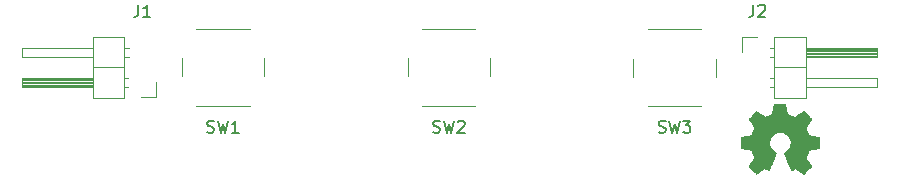
<source format=gbr>
%TF.GenerationSoftware,KiCad,Pcbnew,6.0.2-378541a8eb~116~ubuntu20.04.1*%
%TF.CreationDate,2022-03-07T20:24:28+01:00*%
%TF.ProjectId,contact-sensor,636f6e74-6163-4742-9d73-656e736f722e,0.1.0*%
%TF.SameCoordinates,Original*%
%TF.FileFunction,Legend,Top*%
%TF.FilePolarity,Positive*%
%FSLAX46Y46*%
G04 Gerber Fmt 4.6, Leading zero omitted, Abs format (unit mm)*
G04 Created by KiCad (PCBNEW 6.0.2-378541a8eb~116~ubuntu20.04.1) date 2022-03-07 20:24:28*
%MOMM*%
%LPD*%
G01*
G04 APERTURE LIST*
%ADD10C,0.150000*%
%ADD11C,0.010000*%
%ADD12C,0.120000*%
G04 APERTURE END LIST*
D10*
%TO.C,SW3*%
X90718666Y-99754761D02*
X90861523Y-99802380D01*
X91099619Y-99802380D01*
X91194857Y-99754761D01*
X91242476Y-99707142D01*
X91290095Y-99611904D01*
X91290095Y-99516666D01*
X91242476Y-99421428D01*
X91194857Y-99373809D01*
X91099619Y-99326190D01*
X90909142Y-99278571D01*
X90813904Y-99230952D01*
X90766285Y-99183333D01*
X90718666Y-99088095D01*
X90718666Y-98992857D01*
X90766285Y-98897619D01*
X90813904Y-98850000D01*
X90909142Y-98802380D01*
X91147238Y-98802380D01*
X91290095Y-98850000D01*
X91623428Y-98802380D02*
X91861523Y-99802380D01*
X92052000Y-99088095D01*
X92242476Y-99802380D01*
X92480571Y-98802380D01*
X92766285Y-98802380D02*
X93385333Y-98802380D01*
X93052000Y-99183333D01*
X93194857Y-99183333D01*
X93290095Y-99230952D01*
X93337714Y-99278571D01*
X93385333Y-99373809D01*
X93385333Y-99611904D01*
X93337714Y-99707142D01*
X93290095Y-99754761D01*
X93194857Y-99802380D01*
X92909142Y-99802380D01*
X92813904Y-99754761D01*
X92766285Y-99707142D01*
%TO.C,SW2*%
X71616666Y-99754761D02*
X71759523Y-99802380D01*
X71997619Y-99802380D01*
X72092857Y-99754761D01*
X72140476Y-99707142D01*
X72188095Y-99611904D01*
X72188095Y-99516666D01*
X72140476Y-99421428D01*
X72092857Y-99373809D01*
X71997619Y-99326190D01*
X71807142Y-99278571D01*
X71711904Y-99230952D01*
X71664285Y-99183333D01*
X71616666Y-99088095D01*
X71616666Y-98992857D01*
X71664285Y-98897619D01*
X71711904Y-98850000D01*
X71807142Y-98802380D01*
X72045238Y-98802380D01*
X72188095Y-98850000D01*
X72521428Y-98802380D02*
X72759523Y-99802380D01*
X72950000Y-99088095D01*
X73140476Y-99802380D01*
X73378571Y-98802380D01*
X73711904Y-98897619D02*
X73759523Y-98850000D01*
X73854761Y-98802380D01*
X74092857Y-98802380D01*
X74188095Y-98850000D01*
X74235714Y-98897619D01*
X74283333Y-98992857D01*
X74283333Y-99088095D01*
X74235714Y-99230952D01*
X73664285Y-99802380D01*
X74283333Y-99802380D01*
%TO.C,SW1*%
X52491666Y-99754761D02*
X52634523Y-99802380D01*
X52872619Y-99802380D01*
X52967857Y-99754761D01*
X53015476Y-99707142D01*
X53063095Y-99611904D01*
X53063095Y-99516666D01*
X53015476Y-99421428D01*
X52967857Y-99373809D01*
X52872619Y-99326190D01*
X52682142Y-99278571D01*
X52586904Y-99230952D01*
X52539285Y-99183333D01*
X52491666Y-99088095D01*
X52491666Y-98992857D01*
X52539285Y-98897619D01*
X52586904Y-98850000D01*
X52682142Y-98802380D01*
X52920238Y-98802380D01*
X53063095Y-98850000D01*
X53396428Y-98802380D02*
X53634523Y-99802380D01*
X53825000Y-99088095D01*
X54015476Y-99802380D01*
X54253571Y-98802380D01*
X55158333Y-99802380D02*
X54586904Y-99802380D01*
X54872619Y-99802380D02*
X54872619Y-98802380D01*
X54777380Y-98945238D01*
X54682142Y-99040476D01*
X54586904Y-99088095D01*
%TO.C,J2*%
X98726666Y-88987380D02*
X98726666Y-89701666D01*
X98679047Y-89844523D01*
X98583809Y-89939761D01*
X98440952Y-89987380D01*
X98345714Y-89987380D01*
X99155238Y-89082619D02*
X99202857Y-89035000D01*
X99298095Y-88987380D01*
X99536190Y-88987380D01*
X99631428Y-89035000D01*
X99679047Y-89082619D01*
X99726666Y-89177857D01*
X99726666Y-89273095D01*
X99679047Y-89415952D01*
X99107619Y-89987380D01*
X99726666Y-89987380D01*
%TO.C,J1*%
X46656666Y-88987380D02*
X46656666Y-89701666D01*
X46609047Y-89844523D01*
X46513809Y-89939761D01*
X46370952Y-89987380D01*
X46275714Y-89987380D01*
X47656666Y-89987380D02*
X47085238Y-89987380D01*
X47370952Y-89987380D02*
X47370952Y-88987380D01*
X47275714Y-89130238D01*
X47180476Y-89225476D01*
X47085238Y-89273095D01*
D11*
%TO.C,REF\u002A\u002A*%
X101520814Y-97798931D02*
X101604635Y-98243555D01*
X101604635Y-98243555D02*
X101913920Y-98371053D01*
X101913920Y-98371053D02*
X102223206Y-98498551D01*
X102223206Y-98498551D02*
X102594246Y-98246246D01*
X102594246Y-98246246D02*
X102698157Y-98175996D01*
X102698157Y-98175996D02*
X102792087Y-98113272D01*
X102792087Y-98113272D02*
X102871652Y-98060938D01*
X102871652Y-98060938D02*
X102932470Y-98021857D01*
X102932470Y-98021857D02*
X102970157Y-97998893D01*
X102970157Y-97998893D02*
X102980421Y-97993942D01*
X102980421Y-97993942D02*
X102998910Y-98006676D01*
X102998910Y-98006676D02*
X103038420Y-98041882D01*
X103038420Y-98041882D02*
X103094522Y-98095062D01*
X103094522Y-98095062D02*
X103162787Y-98161718D01*
X103162787Y-98161718D02*
X103238786Y-98237354D01*
X103238786Y-98237354D02*
X103318092Y-98317472D01*
X103318092Y-98317472D02*
X103396275Y-98397574D01*
X103396275Y-98397574D02*
X103468907Y-98473164D01*
X103468907Y-98473164D02*
X103531559Y-98539745D01*
X103531559Y-98539745D02*
X103579803Y-98592818D01*
X103579803Y-98592818D02*
X103609210Y-98627887D01*
X103609210Y-98627887D02*
X103616241Y-98639623D01*
X103616241Y-98639623D02*
X103606123Y-98661260D01*
X103606123Y-98661260D02*
X103577759Y-98708662D01*
X103577759Y-98708662D02*
X103534129Y-98777193D01*
X103534129Y-98777193D02*
X103478218Y-98862215D01*
X103478218Y-98862215D02*
X103413006Y-98959093D01*
X103413006Y-98959093D02*
X103375219Y-99014350D01*
X103375219Y-99014350D02*
X103306343Y-99115248D01*
X103306343Y-99115248D02*
X103245140Y-99206299D01*
X103245140Y-99206299D02*
X103194578Y-99282970D01*
X103194578Y-99282970D02*
X103157628Y-99340728D01*
X103157628Y-99340728D02*
X103137258Y-99375043D01*
X103137258Y-99375043D02*
X103134197Y-99382254D01*
X103134197Y-99382254D02*
X103141136Y-99402748D01*
X103141136Y-99402748D02*
X103160051Y-99450513D01*
X103160051Y-99450513D02*
X103188087Y-99518832D01*
X103188087Y-99518832D02*
X103222391Y-99600989D01*
X103222391Y-99600989D02*
X103260109Y-99690270D01*
X103260109Y-99690270D02*
X103298387Y-99779958D01*
X103298387Y-99779958D02*
X103334370Y-99863338D01*
X103334370Y-99863338D02*
X103365206Y-99933694D01*
X103365206Y-99933694D02*
X103388039Y-99984310D01*
X103388039Y-99984310D02*
X103400017Y-100008471D01*
X103400017Y-100008471D02*
X103400724Y-100009422D01*
X103400724Y-100009422D02*
X103419531Y-100014036D01*
X103419531Y-100014036D02*
X103469618Y-100024328D01*
X103469618Y-100024328D02*
X103545793Y-100039287D01*
X103545793Y-100039287D02*
X103642865Y-100057901D01*
X103642865Y-100057901D02*
X103755643Y-100079159D01*
X103755643Y-100079159D02*
X103821442Y-100091418D01*
X103821442Y-100091418D02*
X103941950Y-100114362D01*
X103941950Y-100114362D02*
X104050797Y-100136195D01*
X104050797Y-100136195D02*
X104142476Y-100155722D01*
X104142476Y-100155722D02*
X104211481Y-100171748D01*
X104211481Y-100171748D02*
X104252304Y-100183079D01*
X104252304Y-100183079D02*
X104260511Y-100186674D01*
X104260511Y-100186674D02*
X104268548Y-100211006D01*
X104268548Y-100211006D02*
X104275033Y-100265959D01*
X104275033Y-100265959D02*
X104279970Y-100345108D01*
X104279970Y-100345108D02*
X104283364Y-100442026D01*
X104283364Y-100442026D02*
X104285218Y-100550287D01*
X104285218Y-100550287D02*
X104285538Y-100663465D01*
X104285538Y-100663465D02*
X104284327Y-100775135D01*
X104284327Y-100775135D02*
X104281590Y-100878868D01*
X104281590Y-100878868D02*
X104277331Y-100968241D01*
X104277331Y-100968241D02*
X104271555Y-101036826D01*
X104271555Y-101036826D02*
X104264267Y-101078197D01*
X104264267Y-101078197D02*
X104259895Y-101086810D01*
X104259895Y-101086810D02*
X104233764Y-101097133D01*
X104233764Y-101097133D02*
X104178393Y-101111892D01*
X104178393Y-101111892D02*
X104101107Y-101129352D01*
X104101107Y-101129352D02*
X104009230Y-101147780D01*
X104009230Y-101147780D02*
X103977158Y-101153741D01*
X103977158Y-101153741D02*
X103822524Y-101182066D01*
X103822524Y-101182066D02*
X103700375Y-101204876D01*
X103700375Y-101204876D02*
X103606673Y-101223080D01*
X103606673Y-101223080D02*
X103537384Y-101237583D01*
X103537384Y-101237583D02*
X103488471Y-101249292D01*
X103488471Y-101249292D02*
X103455897Y-101259115D01*
X103455897Y-101259115D02*
X103435628Y-101267956D01*
X103435628Y-101267956D02*
X103423626Y-101276724D01*
X103423626Y-101276724D02*
X103421947Y-101278457D01*
X103421947Y-101278457D02*
X103405184Y-101306371D01*
X103405184Y-101306371D02*
X103379614Y-101360695D01*
X103379614Y-101360695D02*
X103347788Y-101434777D01*
X103347788Y-101434777D02*
X103312260Y-101521965D01*
X103312260Y-101521965D02*
X103275583Y-101615608D01*
X103275583Y-101615608D02*
X103240311Y-101709052D01*
X103240311Y-101709052D02*
X103208996Y-101795647D01*
X103208996Y-101795647D02*
X103184193Y-101868740D01*
X103184193Y-101868740D02*
X103168454Y-101921678D01*
X103168454Y-101921678D02*
X103164332Y-101947811D01*
X103164332Y-101947811D02*
X103164676Y-101948726D01*
X103164676Y-101948726D02*
X103178641Y-101970086D01*
X103178641Y-101970086D02*
X103210322Y-102017084D01*
X103210322Y-102017084D02*
X103256391Y-102084827D01*
X103256391Y-102084827D02*
X103313518Y-102168423D01*
X103313518Y-102168423D02*
X103378373Y-102262982D01*
X103378373Y-102262982D02*
X103396843Y-102289854D01*
X103396843Y-102289854D02*
X103462699Y-102387275D01*
X103462699Y-102387275D02*
X103520650Y-102476163D01*
X103520650Y-102476163D02*
X103567538Y-102551412D01*
X103567538Y-102551412D02*
X103600207Y-102607920D01*
X103600207Y-102607920D02*
X103615500Y-102640581D01*
X103615500Y-102640581D02*
X103616241Y-102644593D01*
X103616241Y-102644593D02*
X103603392Y-102665684D01*
X103603392Y-102665684D02*
X103567888Y-102707464D01*
X103567888Y-102707464D02*
X103514293Y-102765445D01*
X103514293Y-102765445D02*
X103447171Y-102835135D01*
X103447171Y-102835135D02*
X103371087Y-102912045D01*
X103371087Y-102912045D02*
X103290604Y-102991683D01*
X103290604Y-102991683D02*
X103210287Y-103069561D01*
X103210287Y-103069561D02*
X103134699Y-103141186D01*
X103134699Y-103141186D02*
X103068405Y-103202070D01*
X103068405Y-103202070D02*
X103015969Y-103247721D01*
X103015969Y-103247721D02*
X102981955Y-103273650D01*
X102981955Y-103273650D02*
X102972545Y-103277883D01*
X102972545Y-103277883D02*
X102950643Y-103267912D01*
X102950643Y-103267912D02*
X102905800Y-103241020D01*
X102905800Y-103241020D02*
X102845321Y-103201736D01*
X102845321Y-103201736D02*
X102798789Y-103170117D01*
X102798789Y-103170117D02*
X102714475Y-103112098D01*
X102714475Y-103112098D02*
X102614626Y-103043784D01*
X102614626Y-103043784D02*
X102514473Y-102975579D01*
X102514473Y-102975579D02*
X102460627Y-102939075D01*
X102460627Y-102939075D02*
X102278371Y-102815800D01*
X102278371Y-102815800D02*
X102125381Y-102898520D01*
X102125381Y-102898520D02*
X102055682Y-102934759D01*
X102055682Y-102934759D02*
X101996414Y-102962926D01*
X101996414Y-102962926D02*
X101956311Y-102978991D01*
X101956311Y-102978991D02*
X101946103Y-102981226D01*
X101946103Y-102981226D02*
X101933829Y-102964722D01*
X101933829Y-102964722D02*
X101909613Y-102918082D01*
X101909613Y-102918082D02*
X101875263Y-102845609D01*
X101875263Y-102845609D02*
X101832588Y-102751606D01*
X101832588Y-102751606D02*
X101783394Y-102640374D01*
X101783394Y-102640374D02*
X101729490Y-102516215D01*
X101729490Y-102516215D02*
X101672684Y-102383432D01*
X101672684Y-102383432D02*
X101614782Y-102246327D01*
X101614782Y-102246327D02*
X101557593Y-102109202D01*
X101557593Y-102109202D02*
X101502924Y-101976358D01*
X101502924Y-101976358D02*
X101452584Y-101852098D01*
X101452584Y-101852098D02*
X101408380Y-101740725D01*
X101408380Y-101740725D02*
X101372119Y-101646539D01*
X101372119Y-101646539D02*
X101345609Y-101573844D01*
X101345609Y-101573844D02*
X101330658Y-101526941D01*
X101330658Y-101526941D02*
X101328254Y-101510833D01*
X101328254Y-101510833D02*
X101347311Y-101490286D01*
X101347311Y-101490286D02*
X101389036Y-101456933D01*
X101389036Y-101456933D02*
X101444706Y-101417702D01*
X101444706Y-101417702D02*
X101449378Y-101414599D01*
X101449378Y-101414599D02*
X101593264Y-101299423D01*
X101593264Y-101299423D02*
X101709283Y-101165053D01*
X101709283Y-101165053D02*
X101796430Y-101015784D01*
X101796430Y-101015784D02*
X101853699Y-100855913D01*
X101853699Y-100855913D02*
X101880086Y-100689737D01*
X101880086Y-100689737D02*
X101874585Y-100521552D01*
X101874585Y-100521552D02*
X101836190Y-100355655D01*
X101836190Y-100355655D02*
X101763895Y-100196342D01*
X101763895Y-100196342D02*
X101742626Y-100161487D01*
X101742626Y-100161487D02*
X101631996Y-100020737D01*
X101631996Y-100020737D02*
X101501302Y-99907714D01*
X101501302Y-99907714D02*
X101355064Y-99823003D01*
X101355064Y-99823003D02*
X101197808Y-99767194D01*
X101197808Y-99767194D02*
X101034057Y-99740874D01*
X101034057Y-99740874D02*
X100868333Y-99744630D01*
X100868333Y-99744630D02*
X100705162Y-99779050D01*
X100705162Y-99779050D02*
X100549065Y-99844723D01*
X100549065Y-99844723D02*
X100404567Y-99942235D01*
X100404567Y-99942235D02*
X100359869Y-99981813D01*
X100359869Y-99981813D02*
X100246112Y-100105703D01*
X100246112Y-100105703D02*
X100163218Y-100236124D01*
X100163218Y-100236124D02*
X100106356Y-100382315D01*
X100106356Y-100382315D02*
X100074687Y-100527088D01*
X100074687Y-100527088D02*
X100066869Y-100689860D01*
X100066869Y-100689860D02*
X100092938Y-100853440D01*
X100092938Y-100853440D02*
X100150245Y-101012298D01*
X100150245Y-101012298D02*
X100236144Y-101160906D01*
X100236144Y-101160906D02*
X100347986Y-101293735D01*
X100347986Y-101293735D02*
X100483123Y-101405256D01*
X100483123Y-101405256D02*
X100500883Y-101417011D01*
X100500883Y-101417011D02*
X100557150Y-101455508D01*
X100557150Y-101455508D02*
X100599923Y-101488863D01*
X100599923Y-101488863D02*
X100620372Y-101510160D01*
X100620372Y-101510160D02*
X100620669Y-101510833D01*
X100620669Y-101510833D02*
X100616279Y-101533871D01*
X100616279Y-101533871D02*
X100598876Y-101586157D01*
X100598876Y-101586157D02*
X100570268Y-101663390D01*
X100570268Y-101663390D02*
X100532265Y-101761268D01*
X100532265Y-101761268D02*
X100486674Y-101875491D01*
X100486674Y-101875491D02*
X100435303Y-102001758D01*
X100435303Y-102001758D02*
X100379962Y-102135767D01*
X100379962Y-102135767D02*
X100322458Y-102273218D01*
X100322458Y-102273218D02*
X100264601Y-102409808D01*
X100264601Y-102409808D02*
X100208198Y-102541237D01*
X100208198Y-102541237D02*
X100155058Y-102663205D01*
X100155058Y-102663205D02*
X100106990Y-102771409D01*
X100106990Y-102771409D02*
X100065801Y-102861549D01*
X100065801Y-102861549D02*
X100033301Y-102929323D01*
X100033301Y-102929323D02*
X100011297Y-102970430D01*
X100011297Y-102970430D02*
X100002436Y-102981226D01*
X100002436Y-102981226D02*
X99975360Y-102972819D01*
X99975360Y-102972819D02*
X99924697Y-102950272D01*
X99924697Y-102950272D02*
X99859183Y-102917613D01*
X99859183Y-102917613D02*
X99823159Y-102898520D01*
X99823159Y-102898520D02*
X99670168Y-102815800D01*
X99670168Y-102815800D02*
X99487912Y-102939075D01*
X99487912Y-102939075D02*
X99394875Y-103002228D01*
X99394875Y-103002228D02*
X99293015Y-103071727D01*
X99293015Y-103071727D02*
X99197562Y-103137165D01*
X99197562Y-103137165D02*
X99149750Y-103170117D01*
X99149750Y-103170117D02*
X99082505Y-103215273D01*
X99082505Y-103215273D02*
X99025564Y-103251057D01*
X99025564Y-103251057D02*
X98986354Y-103272938D01*
X98986354Y-103272938D02*
X98973619Y-103277563D01*
X98973619Y-103277563D02*
X98955083Y-103265085D01*
X98955083Y-103265085D02*
X98914059Y-103230252D01*
X98914059Y-103230252D02*
X98854525Y-103176678D01*
X98854525Y-103176678D02*
X98780458Y-103107983D01*
X98780458Y-103107983D02*
X98695835Y-103027781D01*
X98695835Y-103027781D02*
X98642315Y-102976286D01*
X98642315Y-102976286D02*
X98548681Y-102884286D01*
X98548681Y-102884286D02*
X98467759Y-102801999D01*
X98467759Y-102801999D02*
X98402823Y-102732945D01*
X98402823Y-102732945D02*
X98357142Y-102680644D01*
X98357142Y-102680644D02*
X98333989Y-102648616D01*
X98333989Y-102648616D02*
X98331768Y-102642116D01*
X98331768Y-102642116D02*
X98342076Y-102617394D01*
X98342076Y-102617394D02*
X98370561Y-102567405D01*
X98370561Y-102567405D02*
X98414063Y-102497212D01*
X98414063Y-102497212D02*
X98469423Y-102411875D01*
X98469423Y-102411875D02*
X98533480Y-102316456D01*
X98533480Y-102316456D02*
X98551697Y-102289854D01*
X98551697Y-102289854D02*
X98618073Y-102193167D01*
X98618073Y-102193167D02*
X98677622Y-102106117D01*
X98677622Y-102106117D02*
X98727016Y-102033595D01*
X98727016Y-102033595D02*
X98762925Y-101980493D01*
X98762925Y-101980493D02*
X98782019Y-101951703D01*
X98782019Y-101951703D02*
X98783864Y-101948726D01*
X98783864Y-101948726D02*
X98781105Y-101925782D01*
X98781105Y-101925782D02*
X98766462Y-101875336D01*
X98766462Y-101875336D02*
X98742487Y-101804041D01*
X98742487Y-101804041D02*
X98711734Y-101718547D01*
X98711734Y-101718547D02*
X98676756Y-101625507D01*
X98676756Y-101625507D02*
X98640107Y-101531574D01*
X98640107Y-101531574D02*
X98604339Y-101443399D01*
X98604339Y-101443399D02*
X98572006Y-101367634D01*
X98572006Y-101367634D02*
X98545662Y-101310931D01*
X98545662Y-101310931D02*
X98527858Y-101279943D01*
X98527858Y-101279943D02*
X98526593Y-101278457D01*
X98526593Y-101278457D02*
X98515706Y-101269601D01*
X98515706Y-101269601D02*
X98497318Y-101260843D01*
X98497318Y-101260843D02*
X98467394Y-101251277D01*
X98467394Y-101251277D02*
X98421897Y-101239996D01*
X98421897Y-101239996D02*
X98356791Y-101226093D01*
X98356791Y-101226093D02*
X98268039Y-101208663D01*
X98268039Y-101208663D02*
X98151607Y-101186798D01*
X98151607Y-101186798D02*
X98003458Y-101159591D01*
X98003458Y-101159591D02*
X97971382Y-101153741D01*
X97971382Y-101153741D02*
X97876314Y-101135374D01*
X97876314Y-101135374D02*
X97793435Y-101117405D01*
X97793435Y-101117405D02*
X97730070Y-101101569D01*
X97730070Y-101101569D02*
X97693542Y-101089600D01*
X97693542Y-101089600D02*
X97688644Y-101086810D01*
X97688644Y-101086810D02*
X97680573Y-101062072D01*
X97680573Y-101062072D02*
X97674013Y-101006790D01*
X97674013Y-101006790D02*
X97668967Y-100927389D01*
X97668967Y-100927389D02*
X97665441Y-100830296D01*
X97665441Y-100830296D02*
X97663439Y-100721938D01*
X97663439Y-100721938D02*
X97662964Y-100608740D01*
X97662964Y-100608740D02*
X97664023Y-100497128D01*
X97664023Y-100497128D02*
X97666618Y-100393529D01*
X97666618Y-100393529D02*
X97670754Y-100304368D01*
X97670754Y-100304368D02*
X97676437Y-100236072D01*
X97676437Y-100236072D02*
X97683669Y-100195066D01*
X97683669Y-100195066D02*
X97688029Y-100186674D01*
X97688029Y-100186674D02*
X97712302Y-100178208D01*
X97712302Y-100178208D02*
X97767574Y-100164435D01*
X97767574Y-100164435D02*
X97848338Y-100146550D01*
X97848338Y-100146550D02*
X97949088Y-100125748D01*
X97949088Y-100125748D02*
X98064317Y-100103223D01*
X98064317Y-100103223D02*
X98127098Y-100091418D01*
X98127098Y-100091418D02*
X98246213Y-100069151D01*
X98246213Y-100069151D02*
X98352435Y-100048979D01*
X98352435Y-100048979D02*
X98440573Y-100031915D01*
X98440573Y-100031915D02*
X98505434Y-100018969D01*
X98505434Y-100018969D02*
X98541826Y-100011155D01*
X98541826Y-100011155D02*
X98547816Y-100009422D01*
X98547816Y-100009422D02*
X98557939Y-99989890D01*
X98557939Y-99989890D02*
X98579338Y-99942843D01*
X98579338Y-99942843D02*
X98609161Y-99875003D01*
X98609161Y-99875003D02*
X98644555Y-99793091D01*
X98644555Y-99793091D02*
X98682668Y-99703828D01*
X98682668Y-99703828D02*
X98720647Y-99613935D01*
X98720647Y-99613935D02*
X98755640Y-99530135D01*
X98755640Y-99530135D02*
X98784794Y-99459147D01*
X98784794Y-99459147D02*
X98805257Y-99407694D01*
X98805257Y-99407694D02*
X98814177Y-99382497D01*
X98814177Y-99382497D02*
X98814343Y-99381396D01*
X98814343Y-99381396D02*
X98804231Y-99361519D01*
X98804231Y-99361519D02*
X98775883Y-99315777D01*
X98775883Y-99315777D02*
X98732277Y-99248717D01*
X98732277Y-99248717D02*
X98676394Y-99164884D01*
X98676394Y-99164884D02*
X98611213Y-99068826D01*
X98611213Y-99068826D02*
X98573321Y-99013650D01*
X98573321Y-99013650D02*
X98504275Y-98912481D01*
X98504275Y-98912481D02*
X98442950Y-98820630D01*
X98442950Y-98820630D02*
X98392337Y-98742744D01*
X98392337Y-98742744D02*
X98355429Y-98683469D01*
X98355429Y-98683469D02*
X98335218Y-98647451D01*
X98335218Y-98647451D02*
X98332299Y-98639377D01*
X98332299Y-98639377D02*
X98344847Y-98620584D01*
X98344847Y-98620584D02*
X98379537Y-98580457D01*
X98379537Y-98580457D02*
X98431937Y-98523493D01*
X98431937Y-98523493D02*
X98497616Y-98454185D01*
X98497616Y-98454185D02*
X98572144Y-98377031D01*
X98572144Y-98377031D02*
X98651087Y-98296525D01*
X98651087Y-98296525D02*
X98730017Y-98217163D01*
X98730017Y-98217163D02*
X98804500Y-98143440D01*
X98804500Y-98143440D02*
X98870106Y-98079852D01*
X98870106Y-98079852D02*
X98922404Y-98030894D01*
X98922404Y-98030894D02*
X98956961Y-98001061D01*
X98956961Y-98001061D02*
X98968522Y-97993942D01*
X98968522Y-97993942D02*
X98987346Y-98003953D01*
X98987346Y-98003953D02*
X99032369Y-98032078D01*
X99032369Y-98032078D02*
X99099213Y-98075454D01*
X99099213Y-98075454D02*
X99183501Y-98131218D01*
X99183501Y-98131218D02*
X99280856Y-98196506D01*
X99280856Y-98196506D02*
X99354293Y-98246246D01*
X99354293Y-98246246D02*
X99725333Y-98498551D01*
X99725333Y-98498551D02*
X100343905Y-98243555D01*
X100343905Y-98243555D02*
X100427725Y-97798931D01*
X100427725Y-97798931D02*
X100511546Y-97354307D01*
X100511546Y-97354307D02*
X101436994Y-97354307D01*
X101436994Y-97354307D02*
X101520814Y-97798931D01*
X101520814Y-97798931D02*
X101520814Y-97798931D01*
G36*
X101520814Y-97798931D02*
G01*
X101604635Y-98243555D01*
X101913920Y-98371053D01*
X102223206Y-98498551D01*
X102594246Y-98246246D01*
X102698157Y-98175996D01*
X102792087Y-98113272D01*
X102871652Y-98060938D01*
X102932470Y-98021857D01*
X102970157Y-97998893D01*
X102980421Y-97993942D01*
X102998910Y-98006676D01*
X103038420Y-98041882D01*
X103094522Y-98095062D01*
X103162787Y-98161718D01*
X103238786Y-98237354D01*
X103318092Y-98317472D01*
X103396275Y-98397574D01*
X103468907Y-98473164D01*
X103531559Y-98539745D01*
X103579803Y-98592818D01*
X103609210Y-98627887D01*
X103616241Y-98639623D01*
X103606123Y-98661260D01*
X103577759Y-98708662D01*
X103534129Y-98777193D01*
X103478218Y-98862215D01*
X103413006Y-98959093D01*
X103375219Y-99014350D01*
X103306343Y-99115248D01*
X103245140Y-99206299D01*
X103194578Y-99282970D01*
X103157628Y-99340728D01*
X103137258Y-99375043D01*
X103134197Y-99382254D01*
X103141136Y-99402748D01*
X103160051Y-99450513D01*
X103188087Y-99518832D01*
X103222391Y-99600989D01*
X103260109Y-99690270D01*
X103298387Y-99779958D01*
X103334370Y-99863338D01*
X103365206Y-99933694D01*
X103388039Y-99984310D01*
X103400017Y-100008471D01*
X103400724Y-100009422D01*
X103419531Y-100014036D01*
X103469618Y-100024328D01*
X103545793Y-100039287D01*
X103642865Y-100057901D01*
X103755643Y-100079159D01*
X103821442Y-100091418D01*
X103941950Y-100114362D01*
X104050797Y-100136195D01*
X104142476Y-100155722D01*
X104211481Y-100171748D01*
X104252304Y-100183079D01*
X104260511Y-100186674D01*
X104268548Y-100211006D01*
X104275033Y-100265959D01*
X104279970Y-100345108D01*
X104283364Y-100442026D01*
X104285218Y-100550287D01*
X104285538Y-100663465D01*
X104284327Y-100775135D01*
X104281590Y-100878868D01*
X104277331Y-100968241D01*
X104271555Y-101036826D01*
X104264267Y-101078197D01*
X104259895Y-101086810D01*
X104233764Y-101097133D01*
X104178393Y-101111892D01*
X104101107Y-101129352D01*
X104009230Y-101147780D01*
X103977158Y-101153741D01*
X103822524Y-101182066D01*
X103700375Y-101204876D01*
X103606673Y-101223080D01*
X103537384Y-101237583D01*
X103488471Y-101249292D01*
X103455897Y-101259115D01*
X103435628Y-101267956D01*
X103423626Y-101276724D01*
X103421947Y-101278457D01*
X103405184Y-101306371D01*
X103379614Y-101360695D01*
X103347788Y-101434777D01*
X103312260Y-101521965D01*
X103275583Y-101615608D01*
X103240311Y-101709052D01*
X103208996Y-101795647D01*
X103184193Y-101868740D01*
X103168454Y-101921678D01*
X103164332Y-101947811D01*
X103164676Y-101948726D01*
X103178641Y-101970086D01*
X103210322Y-102017084D01*
X103256391Y-102084827D01*
X103313518Y-102168423D01*
X103378373Y-102262982D01*
X103396843Y-102289854D01*
X103462699Y-102387275D01*
X103520650Y-102476163D01*
X103567538Y-102551412D01*
X103600207Y-102607920D01*
X103615500Y-102640581D01*
X103616241Y-102644593D01*
X103603392Y-102665684D01*
X103567888Y-102707464D01*
X103514293Y-102765445D01*
X103447171Y-102835135D01*
X103371087Y-102912045D01*
X103290604Y-102991683D01*
X103210287Y-103069561D01*
X103134699Y-103141186D01*
X103068405Y-103202070D01*
X103015969Y-103247721D01*
X102981955Y-103273650D01*
X102972545Y-103277883D01*
X102950643Y-103267912D01*
X102905800Y-103241020D01*
X102845321Y-103201736D01*
X102798789Y-103170117D01*
X102714475Y-103112098D01*
X102614626Y-103043784D01*
X102514473Y-102975579D01*
X102460627Y-102939075D01*
X102278371Y-102815800D01*
X102125381Y-102898520D01*
X102055682Y-102934759D01*
X101996414Y-102962926D01*
X101956311Y-102978991D01*
X101946103Y-102981226D01*
X101933829Y-102964722D01*
X101909613Y-102918082D01*
X101875263Y-102845609D01*
X101832588Y-102751606D01*
X101783394Y-102640374D01*
X101729490Y-102516215D01*
X101672684Y-102383432D01*
X101614782Y-102246327D01*
X101557593Y-102109202D01*
X101502924Y-101976358D01*
X101452584Y-101852098D01*
X101408380Y-101740725D01*
X101372119Y-101646539D01*
X101345609Y-101573844D01*
X101330658Y-101526941D01*
X101328254Y-101510833D01*
X101347311Y-101490286D01*
X101389036Y-101456933D01*
X101444706Y-101417702D01*
X101449378Y-101414599D01*
X101593264Y-101299423D01*
X101709283Y-101165053D01*
X101796430Y-101015784D01*
X101853699Y-100855913D01*
X101880086Y-100689737D01*
X101874585Y-100521552D01*
X101836190Y-100355655D01*
X101763895Y-100196342D01*
X101742626Y-100161487D01*
X101631996Y-100020737D01*
X101501302Y-99907714D01*
X101355064Y-99823003D01*
X101197808Y-99767194D01*
X101034057Y-99740874D01*
X100868333Y-99744630D01*
X100705162Y-99779050D01*
X100549065Y-99844723D01*
X100404567Y-99942235D01*
X100359869Y-99981813D01*
X100246112Y-100105703D01*
X100163218Y-100236124D01*
X100106356Y-100382315D01*
X100074687Y-100527088D01*
X100066869Y-100689860D01*
X100092938Y-100853440D01*
X100150245Y-101012298D01*
X100236144Y-101160906D01*
X100347986Y-101293735D01*
X100483123Y-101405256D01*
X100500883Y-101417011D01*
X100557150Y-101455508D01*
X100599923Y-101488863D01*
X100620372Y-101510160D01*
X100620669Y-101510833D01*
X100616279Y-101533871D01*
X100598876Y-101586157D01*
X100570268Y-101663390D01*
X100532265Y-101761268D01*
X100486674Y-101875491D01*
X100435303Y-102001758D01*
X100379962Y-102135767D01*
X100322458Y-102273218D01*
X100264601Y-102409808D01*
X100208198Y-102541237D01*
X100155058Y-102663205D01*
X100106990Y-102771409D01*
X100065801Y-102861549D01*
X100033301Y-102929323D01*
X100011297Y-102970430D01*
X100002436Y-102981226D01*
X99975360Y-102972819D01*
X99924697Y-102950272D01*
X99859183Y-102917613D01*
X99823159Y-102898520D01*
X99670168Y-102815800D01*
X99487912Y-102939075D01*
X99394875Y-103002228D01*
X99293015Y-103071727D01*
X99197562Y-103137165D01*
X99149750Y-103170117D01*
X99082505Y-103215273D01*
X99025564Y-103251057D01*
X98986354Y-103272938D01*
X98973619Y-103277563D01*
X98955083Y-103265085D01*
X98914059Y-103230252D01*
X98854525Y-103176678D01*
X98780458Y-103107983D01*
X98695835Y-103027781D01*
X98642315Y-102976286D01*
X98548681Y-102884286D01*
X98467759Y-102801999D01*
X98402823Y-102732945D01*
X98357142Y-102680644D01*
X98333989Y-102648616D01*
X98331768Y-102642116D01*
X98342076Y-102617394D01*
X98370561Y-102567405D01*
X98414063Y-102497212D01*
X98469423Y-102411875D01*
X98533480Y-102316456D01*
X98551697Y-102289854D01*
X98618073Y-102193167D01*
X98677622Y-102106117D01*
X98727016Y-102033595D01*
X98762925Y-101980493D01*
X98782019Y-101951703D01*
X98783864Y-101948726D01*
X98781105Y-101925782D01*
X98766462Y-101875336D01*
X98742487Y-101804041D01*
X98711734Y-101718547D01*
X98676756Y-101625507D01*
X98640107Y-101531574D01*
X98604339Y-101443399D01*
X98572006Y-101367634D01*
X98545662Y-101310931D01*
X98527858Y-101279943D01*
X98526593Y-101278457D01*
X98515706Y-101269601D01*
X98497318Y-101260843D01*
X98467394Y-101251277D01*
X98421897Y-101239996D01*
X98356791Y-101226093D01*
X98268039Y-101208663D01*
X98151607Y-101186798D01*
X98003458Y-101159591D01*
X97971382Y-101153741D01*
X97876314Y-101135374D01*
X97793435Y-101117405D01*
X97730070Y-101101569D01*
X97693542Y-101089600D01*
X97688644Y-101086810D01*
X97680573Y-101062072D01*
X97674013Y-101006790D01*
X97668967Y-100927389D01*
X97665441Y-100830296D01*
X97663439Y-100721938D01*
X97662964Y-100608740D01*
X97664023Y-100497128D01*
X97666618Y-100393529D01*
X97670754Y-100304368D01*
X97676437Y-100236072D01*
X97683669Y-100195066D01*
X97688029Y-100186674D01*
X97712302Y-100178208D01*
X97767574Y-100164435D01*
X97848338Y-100146550D01*
X97949088Y-100125748D01*
X98064317Y-100103223D01*
X98127098Y-100091418D01*
X98246213Y-100069151D01*
X98352435Y-100048979D01*
X98440573Y-100031915D01*
X98505434Y-100018969D01*
X98541826Y-100011155D01*
X98547816Y-100009422D01*
X98557939Y-99989890D01*
X98579338Y-99942843D01*
X98609161Y-99875003D01*
X98644555Y-99793091D01*
X98682668Y-99703828D01*
X98720647Y-99613935D01*
X98755640Y-99530135D01*
X98784794Y-99459147D01*
X98805257Y-99407694D01*
X98814177Y-99382497D01*
X98814343Y-99381396D01*
X98804231Y-99361519D01*
X98775883Y-99315777D01*
X98732277Y-99248717D01*
X98676394Y-99164884D01*
X98611213Y-99068826D01*
X98573321Y-99013650D01*
X98504275Y-98912481D01*
X98442950Y-98820630D01*
X98392337Y-98742744D01*
X98355429Y-98683469D01*
X98335218Y-98647451D01*
X98332299Y-98639377D01*
X98344847Y-98620584D01*
X98379537Y-98580457D01*
X98431937Y-98523493D01*
X98497616Y-98454185D01*
X98572144Y-98377031D01*
X98651087Y-98296525D01*
X98730017Y-98217163D01*
X98804500Y-98143440D01*
X98870106Y-98079852D01*
X98922404Y-98030894D01*
X98956961Y-98001061D01*
X98968522Y-97993942D01*
X98987346Y-98003953D01*
X99032369Y-98032078D01*
X99099213Y-98075454D01*
X99183501Y-98131218D01*
X99280856Y-98196506D01*
X99354293Y-98246246D01*
X99725333Y-98498551D01*
X100343905Y-98243555D01*
X100427725Y-97798931D01*
X100511546Y-97354307D01*
X101436994Y-97354307D01*
X101520814Y-97798931D01*
G37*
X101520814Y-97798931D02*
X101604635Y-98243555D01*
X101913920Y-98371053D01*
X102223206Y-98498551D01*
X102594246Y-98246246D01*
X102698157Y-98175996D01*
X102792087Y-98113272D01*
X102871652Y-98060938D01*
X102932470Y-98021857D01*
X102970157Y-97998893D01*
X102980421Y-97993942D01*
X102998910Y-98006676D01*
X103038420Y-98041882D01*
X103094522Y-98095062D01*
X103162787Y-98161718D01*
X103238786Y-98237354D01*
X103318092Y-98317472D01*
X103396275Y-98397574D01*
X103468907Y-98473164D01*
X103531559Y-98539745D01*
X103579803Y-98592818D01*
X103609210Y-98627887D01*
X103616241Y-98639623D01*
X103606123Y-98661260D01*
X103577759Y-98708662D01*
X103534129Y-98777193D01*
X103478218Y-98862215D01*
X103413006Y-98959093D01*
X103375219Y-99014350D01*
X103306343Y-99115248D01*
X103245140Y-99206299D01*
X103194578Y-99282970D01*
X103157628Y-99340728D01*
X103137258Y-99375043D01*
X103134197Y-99382254D01*
X103141136Y-99402748D01*
X103160051Y-99450513D01*
X103188087Y-99518832D01*
X103222391Y-99600989D01*
X103260109Y-99690270D01*
X103298387Y-99779958D01*
X103334370Y-99863338D01*
X103365206Y-99933694D01*
X103388039Y-99984310D01*
X103400017Y-100008471D01*
X103400724Y-100009422D01*
X103419531Y-100014036D01*
X103469618Y-100024328D01*
X103545793Y-100039287D01*
X103642865Y-100057901D01*
X103755643Y-100079159D01*
X103821442Y-100091418D01*
X103941950Y-100114362D01*
X104050797Y-100136195D01*
X104142476Y-100155722D01*
X104211481Y-100171748D01*
X104252304Y-100183079D01*
X104260511Y-100186674D01*
X104268548Y-100211006D01*
X104275033Y-100265959D01*
X104279970Y-100345108D01*
X104283364Y-100442026D01*
X104285218Y-100550287D01*
X104285538Y-100663465D01*
X104284327Y-100775135D01*
X104281590Y-100878868D01*
X104277331Y-100968241D01*
X104271555Y-101036826D01*
X104264267Y-101078197D01*
X104259895Y-101086810D01*
X104233764Y-101097133D01*
X104178393Y-101111892D01*
X104101107Y-101129352D01*
X104009230Y-101147780D01*
X103977158Y-101153741D01*
X103822524Y-101182066D01*
X103700375Y-101204876D01*
X103606673Y-101223080D01*
X103537384Y-101237583D01*
X103488471Y-101249292D01*
X103455897Y-101259115D01*
X103435628Y-101267956D01*
X103423626Y-101276724D01*
X103421947Y-101278457D01*
X103405184Y-101306371D01*
X103379614Y-101360695D01*
X103347788Y-101434777D01*
X103312260Y-101521965D01*
X103275583Y-101615608D01*
X103240311Y-101709052D01*
X103208996Y-101795647D01*
X103184193Y-101868740D01*
X103168454Y-101921678D01*
X103164332Y-101947811D01*
X103164676Y-101948726D01*
X103178641Y-101970086D01*
X103210322Y-102017084D01*
X103256391Y-102084827D01*
X103313518Y-102168423D01*
X103378373Y-102262982D01*
X103396843Y-102289854D01*
X103462699Y-102387275D01*
X103520650Y-102476163D01*
X103567538Y-102551412D01*
X103600207Y-102607920D01*
X103615500Y-102640581D01*
X103616241Y-102644593D01*
X103603392Y-102665684D01*
X103567888Y-102707464D01*
X103514293Y-102765445D01*
X103447171Y-102835135D01*
X103371087Y-102912045D01*
X103290604Y-102991683D01*
X103210287Y-103069561D01*
X103134699Y-103141186D01*
X103068405Y-103202070D01*
X103015969Y-103247721D01*
X102981955Y-103273650D01*
X102972545Y-103277883D01*
X102950643Y-103267912D01*
X102905800Y-103241020D01*
X102845321Y-103201736D01*
X102798789Y-103170117D01*
X102714475Y-103112098D01*
X102614626Y-103043784D01*
X102514473Y-102975579D01*
X102460627Y-102939075D01*
X102278371Y-102815800D01*
X102125381Y-102898520D01*
X102055682Y-102934759D01*
X101996414Y-102962926D01*
X101956311Y-102978991D01*
X101946103Y-102981226D01*
X101933829Y-102964722D01*
X101909613Y-102918082D01*
X101875263Y-102845609D01*
X101832588Y-102751606D01*
X101783394Y-102640374D01*
X101729490Y-102516215D01*
X101672684Y-102383432D01*
X101614782Y-102246327D01*
X101557593Y-102109202D01*
X101502924Y-101976358D01*
X101452584Y-101852098D01*
X101408380Y-101740725D01*
X101372119Y-101646539D01*
X101345609Y-101573844D01*
X101330658Y-101526941D01*
X101328254Y-101510833D01*
X101347311Y-101490286D01*
X101389036Y-101456933D01*
X101444706Y-101417702D01*
X101449378Y-101414599D01*
X101593264Y-101299423D01*
X101709283Y-101165053D01*
X101796430Y-101015784D01*
X101853699Y-100855913D01*
X101880086Y-100689737D01*
X101874585Y-100521552D01*
X101836190Y-100355655D01*
X101763895Y-100196342D01*
X101742626Y-100161487D01*
X101631996Y-100020737D01*
X101501302Y-99907714D01*
X101355064Y-99823003D01*
X101197808Y-99767194D01*
X101034057Y-99740874D01*
X100868333Y-99744630D01*
X100705162Y-99779050D01*
X100549065Y-99844723D01*
X100404567Y-99942235D01*
X100359869Y-99981813D01*
X100246112Y-100105703D01*
X100163218Y-100236124D01*
X100106356Y-100382315D01*
X100074687Y-100527088D01*
X100066869Y-100689860D01*
X100092938Y-100853440D01*
X100150245Y-101012298D01*
X100236144Y-101160906D01*
X100347986Y-101293735D01*
X100483123Y-101405256D01*
X100500883Y-101417011D01*
X100557150Y-101455508D01*
X100599923Y-101488863D01*
X100620372Y-101510160D01*
X100620669Y-101510833D01*
X100616279Y-101533871D01*
X100598876Y-101586157D01*
X100570268Y-101663390D01*
X100532265Y-101761268D01*
X100486674Y-101875491D01*
X100435303Y-102001758D01*
X100379962Y-102135767D01*
X100322458Y-102273218D01*
X100264601Y-102409808D01*
X100208198Y-102541237D01*
X100155058Y-102663205D01*
X100106990Y-102771409D01*
X100065801Y-102861549D01*
X100033301Y-102929323D01*
X100011297Y-102970430D01*
X100002436Y-102981226D01*
X99975360Y-102972819D01*
X99924697Y-102950272D01*
X99859183Y-102917613D01*
X99823159Y-102898520D01*
X99670168Y-102815800D01*
X99487912Y-102939075D01*
X99394875Y-103002228D01*
X99293015Y-103071727D01*
X99197562Y-103137165D01*
X99149750Y-103170117D01*
X99082505Y-103215273D01*
X99025564Y-103251057D01*
X98986354Y-103272938D01*
X98973619Y-103277563D01*
X98955083Y-103265085D01*
X98914059Y-103230252D01*
X98854525Y-103176678D01*
X98780458Y-103107983D01*
X98695835Y-103027781D01*
X98642315Y-102976286D01*
X98548681Y-102884286D01*
X98467759Y-102801999D01*
X98402823Y-102732945D01*
X98357142Y-102680644D01*
X98333989Y-102648616D01*
X98331768Y-102642116D01*
X98342076Y-102617394D01*
X98370561Y-102567405D01*
X98414063Y-102497212D01*
X98469423Y-102411875D01*
X98533480Y-102316456D01*
X98551697Y-102289854D01*
X98618073Y-102193167D01*
X98677622Y-102106117D01*
X98727016Y-102033595D01*
X98762925Y-101980493D01*
X98782019Y-101951703D01*
X98783864Y-101948726D01*
X98781105Y-101925782D01*
X98766462Y-101875336D01*
X98742487Y-101804041D01*
X98711734Y-101718547D01*
X98676756Y-101625507D01*
X98640107Y-101531574D01*
X98604339Y-101443399D01*
X98572006Y-101367634D01*
X98545662Y-101310931D01*
X98527858Y-101279943D01*
X98526593Y-101278457D01*
X98515706Y-101269601D01*
X98497318Y-101260843D01*
X98467394Y-101251277D01*
X98421897Y-101239996D01*
X98356791Y-101226093D01*
X98268039Y-101208663D01*
X98151607Y-101186798D01*
X98003458Y-101159591D01*
X97971382Y-101153741D01*
X97876314Y-101135374D01*
X97793435Y-101117405D01*
X97730070Y-101101569D01*
X97693542Y-101089600D01*
X97688644Y-101086810D01*
X97680573Y-101062072D01*
X97674013Y-101006790D01*
X97668967Y-100927389D01*
X97665441Y-100830296D01*
X97663439Y-100721938D01*
X97662964Y-100608740D01*
X97664023Y-100497128D01*
X97666618Y-100393529D01*
X97670754Y-100304368D01*
X97676437Y-100236072D01*
X97683669Y-100195066D01*
X97688029Y-100186674D01*
X97712302Y-100178208D01*
X97767574Y-100164435D01*
X97848338Y-100146550D01*
X97949088Y-100125748D01*
X98064317Y-100103223D01*
X98127098Y-100091418D01*
X98246213Y-100069151D01*
X98352435Y-100048979D01*
X98440573Y-100031915D01*
X98505434Y-100018969D01*
X98541826Y-100011155D01*
X98547816Y-100009422D01*
X98557939Y-99989890D01*
X98579338Y-99942843D01*
X98609161Y-99875003D01*
X98644555Y-99793091D01*
X98682668Y-99703828D01*
X98720647Y-99613935D01*
X98755640Y-99530135D01*
X98784794Y-99459147D01*
X98805257Y-99407694D01*
X98814177Y-99382497D01*
X98814343Y-99381396D01*
X98804231Y-99361519D01*
X98775883Y-99315777D01*
X98732277Y-99248717D01*
X98676394Y-99164884D01*
X98611213Y-99068826D01*
X98573321Y-99013650D01*
X98504275Y-98912481D01*
X98442950Y-98820630D01*
X98392337Y-98742744D01*
X98355429Y-98683469D01*
X98335218Y-98647451D01*
X98332299Y-98639377D01*
X98344847Y-98620584D01*
X98379537Y-98580457D01*
X98431937Y-98523493D01*
X98497616Y-98454185D01*
X98572144Y-98377031D01*
X98651087Y-98296525D01*
X98730017Y-98217163D01*
X98804500Y-98143440D01*
X98870106Y-98079852D01*
X98922404Y-98030894D01*
X98956961Y-98001061D01*
X98968522Y-97993942D01*
X98987346Y-98003953D01*
X99032369Y-98032078D01*
X99099213Y-98075454D01*
X99183501Y-98131218D01*
X99280856Y-98196506D01*
X99354293Y-98246246D01*
X99725333Y-98498551D01*
X100343905Y-98243555D01*
X100427725Y-97798931D01*
X100511546Y-97354307D01*
X101436994Y-97354307D01*
X101520814Y-97798931D01*
D12*
%TO.C,SW3*%
X89802000Y-97556000D02*
X94302000Y-97556000D01*
X95552000Y-95056000D02*
X95552000Y-93556000D01*
X88552000Y-93556000D02*
X88552000Y-95056000D01*
X94302000Y-91056000D02*
X89802000Y-91056000D01*
%TO.C,SW2*%
X70700000Y-97520000D02*
X75200000Y-97520000D01*
X76450000Y-95020000D02*
X76450000Y-93520000D01*
X69450000Y-93520000D02*
X69450000Y-95020000D01*
X75200000Y-91020000D02*
X70700000Y-91020000D01*
%TO.C,SW1*%
X51575000Y-97520000D02*
X56075000Y-97520000D01*
X57325000Y-95020000D02*
X57325000Y-93520000D01*
X50325000Y-93520000D02*
X50325000Y-95020000D01*
X56075000Y-91020000D02*
X51575000Y-91020000D01*
%TO.C,J2*%
X100097929Y-95160000D02*
X100495000Y-95160000D01*
X109155000Y-95160000D02*
X109155000Y-95920000D01*
X100165000Y-92620000D02*
X100495000Y-92620000D01*
X100097929Y-95920000D02*
X100495000Y-95920000D01*
X103155000Y-95160000D02*
X109155000Y-95160000D01*
X103155000Y-96870000D02*
X103155000Y-91670000D01*
X100165000Y-93380000D02*
X100495000Y-93380000D01*
X100495000Y-96870000D02*
X103155000Y-96870000D01*
X103155000Y-93040000D02*
X109155000Y-93040000D01*
X100495000Y-94270000D02*
X103155000Y-94270000D01*
X97785000Y-93000000D02*
X97785000Y-91730000D01*
X103155000Y-92680000D02*
X109155000Y-92680000D01*
X103155000Y-93280000D02*
X109155000Y-93280000D01*
X109155000Y-92620000D02*
X109155000Y-93380000D01*
X103155000Y-92800000D02*
X109155000Y-92800000D01*
X100495000Y-91670000D02*
X100495000Y-96870000D01*
X103155000Y-91670000D02*
X100495000Y-91670000D01*
X109155000Y-93380000D02*
X103155000Y-93380000D01*
X103155000Y-92620000D02*
X109155000Y-92620000D01*
X103155000Y-92920000D02*
X109155000Y-92920000D01*
X97785000Y-91730000D02*
X99055000Y-91730000D01*
X109155000Y-95920000D02*
X103155000Y-95920000D01*
X103155000Y-93160000D02*
X109155000Y-93160000D01*
%TO.C,J1*%
X45872071Y-93380000D02*
X45475000Y-93380000D01*
X36815000Y-93380000D02*
X36815000Y-92620000D01*
X45805000Y-95920000D02*
X45475000Y-95920000D01*
X45872071Y-92620000D02*
X45475000Y-92620000D01*
X42815000Y-93380000D02*
X36815000Y-93380000D01*
X42815000Y-91670000D02*
X42815000Y-96870000D01*
X45805000Y-95160000D02*
X45475000Y-95160000D01*
X45475000Y-91670000D02*
X42815000Y-91670000D01*
X42815000Y-95500000D02*
X36815000Y-95500000D01*
X45475000Y-94270000D02*
X42815000Y-94270000D01*
X48185000Y-95540000D02*
X48185000Y-96810000D01*
X42815000Y-95860000D02*
X36815000Y-95860000D01*
X42815000Y-95260000D02*
X36815000Y-95260000D01*
X36815000Y-95920000D02*
X36815000Y-95160000D01*
X42815000Y-95740000D02*
X36815000Y-95740000D01*
X45475000Y-96870000D02*
X45475000Y-91670000D01*
X42815000Y-96870000D02*
X45475000Y-96870000D01*
X36815000Y-95160000D02*
X42815000Y-95160000D01*
X42815000Y-95920000D02*
X36815000Y-95920000D01*
X42815000Y-95620000D02*
X36815000Y-95620000D01*
X48185000Y-96810000D02*
X46915000Y-96810000D01*
X36815000Y-92620000D02*
X42815000Y-92620000D01*
X42815000Y-95380000D02*
X36815000Y-95380000D01*
%TD*%
M02*

</source>
